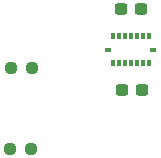
<source format=gbr>
%TF.GenerationSoftware,KiCad,Pcbnew,7.0.9*%
%TF.CreationDate,2024-01-29T17:54:31+11:00*%
%TF.ProjectId,BMI088_IMU_PCB,424d4930-3838-45f4-994d-555f5043422e,rev?*%
%TF.SameCoordinates,Original*%
%TF.FileFunction,Paste,Top*%
%TF.FilePolarity,Positive*%
%FSLAX46Y46*%
G04 Gerber Fmt 4.6, Leading zero omitted, Abs format (unit mm)*
G04 Created by KiCad (PCBNEW 7.0.9) date 2024-01-29 17:54:31*
%MOMM*%
%LPD*%
G01*
G04 APERTURE LIST*
G04 Aperture macros list*
%AMRoundRect*
0 Rectangle with rounded corners*
0 $1 Rounding radius*
0 $2 $3 $4 $5 $6 $7 $8 $9 X,Y pos of 4 corners*
0 Add a 4 corners polygon primitive as box body*
4,1,4,$2,$3,$4,$5,$6,$7,$8,$9,$2,$3,0*
0 Add four circle primitives for the rounded corners*
1,1,$1+$1,$2,$3*
1,1,$1+$1,$4,$5*
1,1,$1+$1,$6,$7*
1,1,$1+$1,$8,$9*
0 Add four rect primitives between the rounded corners*
20,1,$1+$1,$2,$3,$4,$5,0*
20,1,$1+$1,$4,$5,$6,$7,0*
20,1,$1+$1,$6,$7,$8,$9,0*
20,1,$1+$1,$8,$9,$2,$3,0*%
G04 Aperture macros list end*
%ADD10R,0.350000X0.590000*%
%ADD11R,0.590000X0.350000*%
%ADD12RoundRect,0.237500X-0.300000X-0.237500X0.300000X-0.237500X0.300000X0.237500X-0.300000X0.237500X0*%
%ADD13RoundRect,0.237500X0.250000X0.237500X-0.250000X0.237500X-0.250000X-0.237500X0.250000X-0.237500X0*%
%ADD14RoundRect,0.237500X-0.250000X-0.237500X0.250000X-0.237500X0.250000X0.237500X-0.250000X0.237500X0*%
G04 APERTURE END LIST*
D10*
%TO.C,U1*%
X69300000Y-57190000D03*
X68800000Y-57190000D03*
X68300000Y-57190000D03*
X67800000Y-57190000D03*
X67300000Y-57190000D03*
X66800000Y-57190000D03*
X66300000Y-57190000D03*
D11*
X65885000Y-56025000D03*
D10*
X66300000Y-54860000D03*
X66800000Y-54860000D03*
X67300000Y-54860000D03*
X67800000Y-54860000D03*
X68300000Y-54860000D03*
X68800000Y-54860000D03*
X69300000Y-54860000D03*
D11*
X69715000Y-56025000D03*
%TD*%
D12*
%TO.C,C2*%
X66937500Y-52575000D03*
X68662500Y-52575000D03*
%TD*%
D13*
%TO.C,R1*%
X59357500Y-64405000D03*
X57532500Y-64405000D03*
%TD*%
D14*
%TO.C,R2*%
X57637500Y-57550000D03*
X59462500Y-57550000D03*
%TD*%
D12*
%TO.C,C1*%
X67012500Y-59450000D03*
X68737500Y-59450000D03*
%TD*%
M02*

</source>
